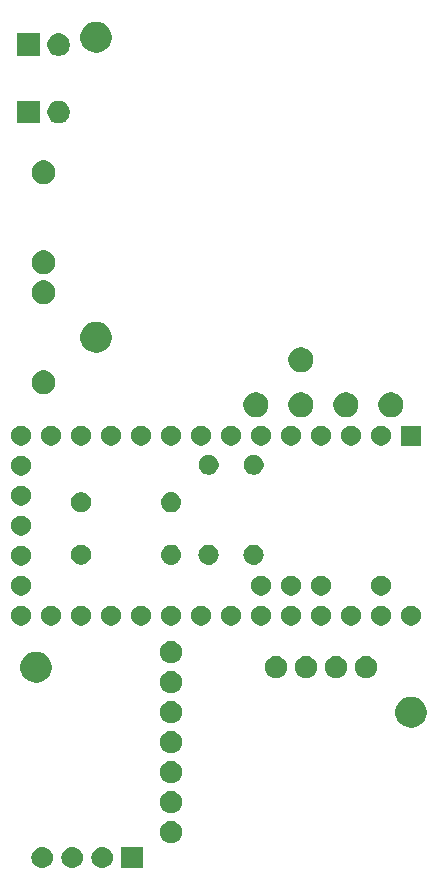
<source format=gbr>
G04 #@! TF.GenerationSoftware,KiCad,Pcbnew,(5.1.2)-2*
G04 #@! TF.CreationDate,2020-04-13T18:51:12-04:00*
G04 #@! TF.ProjectId,TeensyLC_DRV8871_MPRLS_Qwiic_v01,5465656e-7379-44c4-935f-445256383837,rev?*
G04 #@! TF.SameCoordinates,Original*
G04 #@! TF.FileFunction,Soldermask,Bot*
G04 #@! TF.FilePolarity,Negative*
%FSLAX46Y46*%
G04 Gerber Fmt 4.6, Leading zero omitted, Abs format (unit mm)*
G04 Created by KiCad (PCBNEW (5.1.2)-2) date 2020-04-13 18:51:12*
%MOMM*%
%LPD*%
G04 APERTURE LIST*
%ADD10C,0.100000*%
G04 APERTURE END LIST*
D10*
G36*
X28560442Y-68565518D02*
G01*
X28626627Y-68572037D01*
X28796466Y-68623557D01*
X28952991Y-68707222D01*
X28988729Y-68736552D01*
X29090186Y-68819814D01*
X29173448Y-68921271D01*
X29202778Y-68957009D01*
X29286443Y-69113534D01*
X29337963Y-69283373D01*
X29355359Y-69460000D01*
X29337963Y-69636627D01*
X29286443Y-69806466D01*
X29202778Y-69962991D01*
X29173448Y-69998729D01*
X29090186Y-70100186D01*
X28988729Y-70183448D01*
X28952991Y-70212778D01*
X28796466Y-70296443D01*
X28626627Y-70347963D01*
X28560443Y-70354481D01*
X28494260Y-70361000D01*
X28405740Y-70361000D01*
X28339557Y-70354481D01*
X28273373Y-70347963D01*
X28103534Y-70296443D01*
X27947009Y-70212778D01*
X27911271Y-70183448D01*
X27809814Y-70100186D01*
X27726552Y-69998729D01*
X27697222Y-69962991D01*
X27613557Y-69806466D01*
X27562037Y-69636627D01*
X27544641Y-69460000D01*
X27562037Y-69283373D01*
X27613557Y-69113534D01*
X27697222Y-68957009D01*
X27726552Y-68921271D01*
X27809814Y-68819814D01*
X27911271Y-68736552D01*
X27947009Y-68707222D01*
X28103534Y-68623557D01*
X28273373Y-68572037D01*
X28339558Y-68565518D01*
X28405740Y-68559000D01*
X28494260Y-68559000D01*
X28560442Y-68565518D01*
X28560442Y-68565518D01*
G37*
G36*
X33640442Y-68565518D02*
G01*
X33706627Y-68572037D01*
X33876466Y-68623557D01*
X34032991Y-68707222D01*
X34068729Y-68736552D01*
X34170186Y-68819814D01*
X34253448Y-68921271D01*
X34282778Y-68957009D01*
X34366443Y-69113534D01*
X34417963Y-69283373D01*
X34435359Y-69460000D01*
X34417963Y-69636627D01*
X34366443Y-69806466D01*
X34282778Y-69962991D01*
X34253448Y-69998729D01*
X34170186Y-70100186D01*
X34068729Y-70183448D01*
X34032991Y-70212778D01*
X33876466Y-70296443D01*
X33706627Y-70347963D01*
X33640443Y-70354481D01*
X33574260Y-70361000D01*
X33485740Y-70361000D01*
X33419557Y-70354481D01*
X33353373Y-70347963D01*
X33183534Y-70296443D01*
X33027009Y-70212778D01*
X32991271Y-70183448D01*
X32889814Y-70100186D01*
X32806552Y-69998729D01*
X32777222Y-69962991D01*
X32693557Y-69806466D01*
X32642037Y-69636627D01*
X32624641Y-69460000D01*
X32642037Y-69283373D01*
X32693557Y-69113534D01*
X32777222Y-68957009D01*
X32806552Y-68921271D01*
X32889814Y-68819814D01*
X32991271Y-68736552D01*
X33027009Y-68707222D01*
X33183534Y-68623557D01*
X33353373Y-68572037D01*
X33419558Y-68565518D01*
X33485740Y-68559000D01*
X33574260Y-68559000D01*
X33640442Y-68565518D01*
X33640442Y-68565518D01*
G37*
G36*
X31100442Y-68565518D02*
G01*
X31166627Y-68572037D01*
X31336466Y-68623557D01*
X31492991Y-68707222D01*
X31528729Y-68736552D01*
X31630186Y-68819814D01*
X31713448Y-68921271D01*
X31742778Y-68957009D01*
X31826443Y-69113534D01*
X31877963Y-69283373D01*
X31895359Y-69460000D01*
X31877963Y-69636627D01*
X31826443Y-69806466D01*
X31742778Y-69962991D01*
X31713448Y-69998729D01*
X31630186Y-70100186D01*
X31528729Y-70183448D01*
X31492991Y-70212778D01*
X31336466Y-70296443D01*
X31166627Y-70347963D01*
X31100443Y-70354481D01*
X31034260Y-70361000D01*
X30945740Y-70361000D01*
X30879557Y-70354481D01*
X30813373Y-70347963D01*
X30643534Y-70296443D01*
X30487009Y-70212778D01*
X30451271Y-70183448D01*
X30349814Y-70100186D01*
X30266552Y-69998729D01*
X30237222Y-69962991D01*
X30153557Y-69806466D01*
X30102037Y-69636627D01*
X30084641Y-69460000D01*
X30102037Y-69283373D01*
X30153557Y-69113534D01*
X30237222Y-68957009D01*
X30266552Y-68921271D01*
X30349814Y-68819814D01*
X30451271Y-68736552D01*
X30487009Y-68707222D01*
X30643534Y-68623557D01*
X30813373Y-68572037D01*
X30879558Y-68565518D01*
X30945740Y-68559000D01*
X31034260Y-68559000D01*
X31100442Y-68565518D01*
X31100442Y-68565518D01*
G37*
G36*
X36971000Y-70361000D02*
G01*
X35169000Y-70361000D01*
X35169000Y-68559000D01*
X36971000Y-68559000D01*
X36971000Y-70361000D01*
X36971000Y-70361000D01*
G37*
G36*
X39644187Y-66406123D02*
G01*
X39815255Y-66476982D01*
X39815257Y-66476983D01*
X39892758Y-66528768D01*
X39969214Y-66579854D01*
X40100146Y-66710786D01*
X40203018Y-66864745D01*
X40273877Y-67035813D01*
X40310000Y-67217417D01*
X40310000Y-67402583D01*
X40273877Y-67584187D01*
X40203018Y-67755255D01*
X40203017Y-67755257D01*
X40100145Y-67909215D01*
X39969215Y-68040145D01*
X39815257Y-68143017D01*
X39815256Y-68143018D01*
X39815255Y-68143018D01*
X39644187Y-68213877D01*
X39462583Y-68250000D01*
X39277417Y-68250000D01*
X39095813Y-68213877D01*
X38924745Y-68143018D01*
X38924744Y-68143018D01*
X38924743Y-68143017D01*
X38770785Y-68040145D01*
X38639855Y-67909215D01*
X38536983Y-67755257D01*
X38536982Y-67755255D01*
X38466123Y-67584187D01*
X38430000Y-67402583D01*
X38430000Y-67217417D01*
X38466123Y-67035813D01*
X38536982Y-66864745D01*
X38639854Y-66710786D01*
X38770786Y-66579854D01*
X38847242Y-66528768D01*
X38924743Y-66476983D01*
X38924745Y-66476982D01*
X39095813Y-66406123D01*
X39277417Y-66370000D01*
X39462583Y-66370000D01*
X39644187Y-66406123D01*
X39644187Y-66406123D01*
G37*
G36*
X39644187Y-63866123D02*
G01*
X39815255Y-63936982D01*
X39815257Y-63936983D01*
X39892758Y-63988768D01*
X39969214Y-64039854D01*
X40100146Y-64170786D01*
X40203018Y-64324745D01*
X40273877Y-64495813D01*
X40310000Y-64677417D01*
X40310000Y-64862583D01*
X40273877Y-65044187D01*
X40203018Y-65215255D01*
X40203017Y-65215257D01*
X40100145Y-65369215D01*
X39969215Y-65500145D01*
X39815257Y-65603017D01*
X39815256Y-65603018D01*
X39815255Y-65603018D01*
X39644187Y-65673877D01*
X39462583Y-65710000D01*
X39277417Y-65710000D01*
X39095813Y-65673877D01*
X38924745Y-65603018D01*
X38924744Y-65603018D01*
X38924743Y-65603017D01*
X38770785Y-65500145D01*
X38639855Y-65369215D01*
X38536983Y-65215257D01*
X38536982Y-65215255D01*
X38466123Y-65044187D01*
X38430000Y-64862583D01*
X38430000Y-64677417D01*
X38466123Y-64495813D01*
X38536982Y-64324745D01*
X38639854Y-64170786D01*
X38770786Y-64039854D01*
X38847242Y-63988768D01*
X38924743Y-63936983D01*
X38924745Y-63936982D01*
X39095813Y-63866123D01*
X39277417Y-63830000D01*
X39462583Y-63830000D01*
X39644187Y-63866123D01*
X39644187Y-63866123D01*
G37*
G36*
X39644187Y-61326123D02*
G01*
X39815255Y-61396982D01*
X39815257Y-61396983D01*
X39892758Y-61448768D01*
X39969214Y-61499854D01*
X40100146Y-61630786D01*
X40203018Y-61784745D01*
X40273877Y-61955813D01*
X40310000Y-62137417D01*
X40310000Y-62322583D01*
X40273877Y-62504187D01*
X40203018Y-62675255D01*
X40203017Y-62675257D01*
X40100145Y-62829215D01*
X39969215Y-62960145D01*
X39815257Y-63063017D01*
X39815256Y-63063018D01*
X39815255Y-63063018D01*
X39644187Y-63133877D01*
X39462583Y-63170000D01*
X39277417Y-63170000D01*
X39095813Y-63133877D01*
X38924745Y-63063018D01*
X38924744Y-63063018D01*
X38924743Y-63063017D01*
X38770785Y-62960145D01*
X38639855Y-62829215D01*
X38536983Y-62675257D01*
X38536982Y-62675255D01*
X38466123Y-62504187D01*
X38430000Y-62322583D01*
X38430000Y-62137417D01*
X38466123Y-61955813D01*
X38536982Y-61784745D01*
X38639854Y-61630786D01*
X38770786Y-61499854D01*
X38847242Y-61448768D01*
X38924743Y-61396983D01*
X38924745Y-61396982D01*
X39095813Y-61326123D01*
X39277417Y-61290000D01*
X39462583Y-61290000D01*
X39644187Y-61326123D01*
X39644187Y-61326123D01*
G37*
G36*
X39644187Y-58786123D02*
G01*
X39815255Y-58856982D01*
X39815257Y-58856983D01*
X39892758Y-58908768D01*
X39969214Y-58959854D01*
X40100146Y-59090786D01*
X40203018Y-59244745D01*
X40273877Y-59415813D01*
X40310000Y-59597417D01*
X40310000Y-59782583D01*
X40273877Y-59964187D01*
X40203018Y-60135255D01*
X40203017Y-60135257D01*
X40100145Y-60289215D01*
X39969215Y-60420145D01*
X39815257Y-60523017D01*
X39815256Y-60523018D01*
X39815255Y-60523018D01*
X39644187Y-60593877D01*
X39462583Y-60630000D01*
X39277417Y-60630000D01*
X39095813Y-60593877D01*
X38924745Y-60523018D01*
X38924744Y-60523018D01*
X38924743Y-60523017D01*
X38770785Y-60420145D01*
X38639855Y-60289215D01*
X38536983Y-60135257D01*
X38536982Y-60135255D01*
X38466123Y-59964187D01*
X38430000Y-59782583D01*
X38430000Y-59597417D01*
X38466123Y-59415813D01*
X38536982Y-59244745D01*
X38639854Y-59090786D01*
X38770786Y-58959854D01*
X38847242Y-58908768D01*
X38924743Y-58856983D01*
X38924745Y-58856982D01*
X39095813Y-58786123D01*
X39277417Y-58750000D01*
X39462583Y-58750000D01*
X39644187Y-58786123D01*
X39644187Y-58786123D01*
G37*
G36*
X59947714Y-55854382D02*
G01*
X60075322Y-55879765D01*
X60216148Y-55938097D01*
X60315727Y-55979344D01*
X60315728Y-55979345D01*
X60532089Y-56123912D01*
X60716088Y-56307911D01*
X60790886Y-56419855D01*
X60860656Y-56524273D01*
X60871638Y-56550786D01*
X60960235Y-56764678D01*
X61011000Y-57019893D01*
X61011000Y-57280107D01*
X60960235Y-57535322D01*
X60901903Y-57676148D01*
X60860656Y-57775727D01*
X60860655Y-57775728D01*
X60716088Y-57992089D01*
X60532089Y-58176088D01*
X60387521Y-58272685D01*
X60315727Y-58320656D01*
X60216148Y-58361903D01*
X60075322Y-58420235D01*
X59947714Y-58445618D01*
X59820109Y-58471000D01*
X59559891Y-58471000D01*
X59432286Y-58445618D01*
X59304678Y-58420235D01*
X59163852Y-58361903D01*
X59064273Y-58320656D01*
X58992479Y-58272685D01*
X58847911Y-58176088D01*
X58663912Y-57992089D01*
X58519345Y-57775728D01*
X58519344Y-57775727D01*
X58478097Y-57676148D01*
X58419765Y-57535322D01*
X58369000Y-57280107D01*
X58369000Y-57019893D01*
X58419765Y-56764678D01*
X58508362Y-56550786D01*
X58519344Y-56524273D01*
X58589114Y-56419855D01*
X58663912Y-56307911D01*
X58847911Y-56123912D01*
X59064272Y-55979345D01*
X59064273Y-55979344D01*
X59163852Y-55938097D01*
X59304678Y-55879765D01*
X59432286Y-55854382D01*
X59559891Y-55829000D01*
X59820109Y-55829000D01*
X59947714Y-55854382D01*
X59947714Y-55854382D01*
G37*
G36*
X39644187Y-56246123D02*
G01*
X39793358Y-56307912D01*
X39815257Y-56316983D01*
X39892758Y-56368768D01*
X39969214Y-56419854D01*
X40100146Y-56550786D01*
X40203018Y-56704745D01*
X40273877Y-56875813D01*
X40310000Y-57057417D01*
X40310000Y-57242583D01*
X40273877Y-57424187D01*
X40227844Y-57535320D01*
X40203017Y-57595257D01*
X40100145Y-57749215D01*
X39969215Y-57880145D01*
X39815257Y-57983017D01*
X39815256Y-57983018D01*
X39815255Y-57983018D01*
X39644187Y-58053877D01*
X39462583Y-58090000D01*
X39277417Y-58090000D01*
X39095813Y-58053877D01*
X38924745Y-57983018D01*
X38924744Y-57983018D01*
X38924743Y-57983017D01*
X38770785Y-57880145D01*
X38639855Y-57749215D01*
X38536983Y-57595257D01*
X38512156Y-57535320D01*
X38466123Y-57424187D01*
X38430000Y-57242583D01*
X38430000Y-57057417D01*
X38466123Y-56875813D01*
X38536982Y-56704745D01*
X38639854Y-56550786D01*
X38770786Y-56419854D01*
X38847242Y-56368768D01*
X38924743Y-56316983D01*
X38946642Y-56307912D01*
X39095813Y-56246123D01*
X39277417Y-56210000D01*
X39462583Y-56210000D01*
X39644187Y-56246123D01*
X39644187Y-56246123D01*
G37*
G36*
X39644187Y-53706123D02*
G01*
X39815255Y-53776982D01*
X39815257Y-53776983D01*
X39892758Y-53828768D01*
X39969214Y-53879854D01*
X40100146Y-54010786D01*
X40203018Y-54164745D01*
X40273877Y-54335813D01*
X40310000Y-54517417D01*
X40310000Y-54702583D01*
X40273877Y-54884187D01*
X40203018Y-55055255D01*
X40203017Y-55055257D01*
X40100145Y-55209215D01*
X39969215Y-55340145D01*
X39815257Y-55443017D01*
X39815256Y-55443018D01*
X39815255Y-55443018D01*
X39644187Y-55513877D01*
X39462583Y-55550000D01*
X39277417Y-55550000D01*
X39095813Y-55513877D01*
X38924745Y-55443018D01*
X38924744Y-55443018D01*
X38924743Y-55443017D01*
X38770785Y-55340145D01*
X38639855Y-55209215D01*
X38536983Y-55055257D01*
X38536982Y-55055255D01*
X38466123Y-54884187D01*
X38430000Y-54702583D01*
X38430000Y-54517417D01*
X38466123Y-54335813D01*
X38536982Y-54164745D01*
X38639854Y-54010786D01*
X38770786Y-53879854D01*
X38847242Y-53828768D01*
X38924743Y-53776983D01*
X38924745Y-53776982D01*
X39095813Y-53706123D01*
X39277417Y-53670000D01*
X39462583Y-53670000D01*
X39644187Y-53706123D01*
X39644187Y-53706123D01*
G37*
G36*
X28197715Y-52044383D02*
G01*
X28325322Y-52069765D01*
X28466148Y-52128097D01*
X28565727Y-52169344D01*
X28565728Y-52169345D01*
X28782089Y-52313912D01*
X28966088Y-52497911D01*
X29040886Y-52609855D01*
X29110656Y-52714273D01*
X29121638Y-52740786D01*
X29210235Y-52954678D01*
X29261000Y-53209893D01*
X29261000Y-53470107D01*
X29210235Y-53725322D01*
X29151903Y-53866148D01*
X29110656Y-53965727D01*
X29110655Y-53965728D01*
X28966088Y-54182089D01*
X28782089Y-54366088D01*
X28637521Y-54462685D01*
X28565727Y-54510656D01*
X28466148Y-54551903D01*
X28325322Y-54610235D01*
X28197715Y-54635617D01*
X28070109Y-54661000D01*
X27809891Y-54661000D01*
X27682285Y-54635617D01*
X27554678Y-54610235D01*
X27413852Y-54551903D01*
X27314273Y-54510656D01*
X27242479Y-54462685D01*
X27097911Y-54366088D01*
X26913912Y-54182089D01*
X26769345Y-53965728D01*
X26769344Y-53965727D01*
X26728097Y-53866148D01*
X26669765Y-53725322D01*
X26619000Y-53470107D01*
X26619000Y-53209893D01*
X26669765Y-52954678D01*
X26758362Y-52740786D01*
X26769344Y-52714273D01*
X26839114Y-52609855D01*
X26913912Y-52497911D01*
X27097911Y-52313912D01*
X27314272Y-52169345D01*
X27314273Y-52169344D01*
X27413852Y-52128097D01*
X27554678Y-52069765D01*
X27682285Y-52044383D01*
X27809891Y-52019000D01*
X28070109Y-52019000D01*
X28197715Y-52044383D01*
X28197715Y-52044383D01*
G37*
G36*
X53614187Y-52436123D02*
G01*
X53763358Y-52497912D01*
X53785257Y-52506983D01*
X53862758Y-52558768D01*
X53939214Y-52609854D01*
X54070146Y-52740786D01*
X54173018Y-52894745D01*
X54243877Y-53065813D01*
X54280000Y-53247417D01*
X54280000Y-53432583D01*
X54243877Y-53614187D01*
X54205795Y-53706124D01*
X54173017Y-53785257D01*
X54070145Y-53939215D01*
X53939215Y-54070145D01*
X53785257Y-54173017D01*
X53785256Y-54173018D01*
X53785255Y-54173018D01*
X53614187Y-54243877D01*
X53432583Y-54280000D01*
X53247417Y-54280000D01*
X53065813Y-54243877D01*
X52894745Y-54173018D01*
X52894744Y-54173018D01*
X52894743Y-54173017D01*
X52740785Y-54070145D01*
X52609855Y-53939215D01*
X52506983Y-53785257D01*
X52474205Y-53706124D01*
X52436123Y-53614187D01*
X52400000Y-53432583D01*
X52400000Y-53247417D01*
X52436123Y-53065813D01*
X52506982Y-52894745D01*
X52609854Y-52740786D01*
X52740786Y-52609854D01*
X52817242Y-52558768D01*
X52894743Y-52506983D01*
X52916642Y-52497912D01*
X53065813Y-52436123D01*
X53247417Y-52400000D01*
X53432583Y-52400000D01*
X53614187Y-52436123D01*
X53614187Y-52436123D01*
G37*
G36*
X48534187Y-52436123D02*
G01*
X48683358Y-52497912D01*
X48705257Y-52506983D01*
X48782758Y-52558768D01*
X48859214Y-52609854D01*
X48990146Y-52740786D01*
X49093018Y-52894745D01*
X49163877Y-53065813D01*
X49200000Y-53247417D01*
X49200000Y-53432583D01*
X49163877Y-53614187D01*
X49125795Y-53706124D01*
X49093017Y-53785257D01*
X48990145Y-53939215D01*
X48859215Y-54070145D01*
X48705257Y-54173017D01*
X48705256Y-54173018D01*
X48705255Y-54173018D01*
X48534187Y-54243877D01*
X48352583Y-54280000D01*
X48167417Y-54280000D01*
X47985813Y-54243877D01*
X47814745Y-54173018D01*
X47814744Y-54173018D01*
X47814743Y-54173017D01*
X47660785Y-54070145D01*
X47529855Y-53939215D01*
X47426983Y-53785257D01*
X47394205Y-53706124D01*
X47356123Y-53614187D01*
X47320000Y-53432583D01*
X47320000Y-53247417D01*
X47356123Y-53065813D01*
X47426982Y-52894745D01*
X47529854Y-52740786D01*
X47660786Y-52609854D01*
X47737242Y-52558768D01*
X47814743Y-52506983D01*
X47836642Y-52497912D01*
X47985813Y-52436123D01*
X48167417Y-52400000D01*
X48352583Y-52400000D01*
X48534187Y-52436123D01*
X48534187Y-52436123D01*
G37*
G36*
X51074187Y-52436123D02*
G01*
X51223358Y-52497912D01*
X51245257Y-52506983D01*
X51322758Y-52558768D01*
X51399214Y-52609854D01*
X51530146Y-52740786D01*
X51633018Y-52894745D01*
X51703877Y-53065813D01*
X51740000Y-53247417D01*
X51740000Y-53432583D01*
X51703877Y-53614187D01*
X51665795Y-53706124D01*
X51633017Y-53785257D01*
X51530145Y-53939215D01*
X51399215Y-54070145D01*
X51245257Y-54173017D01*
X51245256Y-54173018D01*
X51245255Y-54173018D01*
X51074187Y-54243877D01*
X50892583Y-54280000D01*
X50707417Y-54280000D01*
X50525813Y-54243877D01*
X50354745Y-54173018D01*
X50354744Y-54173018D01*
X50354743Y-54173017D01*
X50200785Y-54070145D01*
X50069855Y-53939215D01*
X49966983Y-53785257D01*
X49934205Y-53706124D01*
X49896123Y-53614187D01*
X49860000Y-53432583D01*
X49860000Y-53247417D01*
X49896123Y-53065813D01*
X49966982Y-52894745D01*
X50069854Y-52740786D01*
X50200786Y-52609854D01*
X50277242Y-52558768D01*
X50354743Y-52506983D01*
X50376642Y-52497912D01*
X50525813Y-52436123D01*
X50707417Y-52400000D01*
X50892583Y-52400000D01*
X51074187Y-52436123D01*
X51074187Y-52436123D01*
G37*
G36*
X56154187Y-52436123D02*
G01*
X56303358Y-52497912D01*
X56325257Y-52506983D01*
X56402758Y-52558768D01*
X56479214Y-52609854D01*
X56610146Y-52740786D01*
X56713018Y-52894745D01*
X56783877Y-53065813D01*
X56820000Y-53247417D01*
X56820000Y-53432583D01*
X56783877Y-53614187D01*
X56745795Y-53706124D01*
X56713017Y-53785257D01*
X56610145Y-53939215D01*
X56479215Y-54070145D01*
X56325257Y-54173017D01*
X56325256Y-54173018D01*
X56325255Y-54173018D01*
X56154187Y-54243877D01*
X55972583Y-54280000D01*
X55787417Y-54280000D01*
X55605813Y-54243877D01*
X55434745Y-54173018D01*
X55434744Y-54173018D01*
X55434743Y-54173017D01*
X55280785Y-54070145D01*
X55149855Y-53939215D01*
X55046983Y-53785257D01*
X55014205Y-53706124D01*
X54976123Y-53614187D01*
X54940000Y-53432583D01*
X54940000Y-53247417D01*
X54976123Y-53065813D01*
X55046982Y-52894745D01*
X55149854Y-52740786D01*
X55280786Y-52609854D01*
X55357242Y-52558768D01*
X55434743Y-52506983D01*
X55456642Y-52497912D01*
X55605813Y-52436123D01*
X55787417Y-52400000D01*
X55972583Y-52400000D01*
X56154187Y-52436123D01*
X56154187Y-52436123D01*
G37*
G36*
X39644187Y-51166123D02*
G01*
X39815255Y-51236982D01*
X39815257Y-51236983D01*
X39892758Y-51288768D01*
X39969214Y-51339854D01*
X40100146Y-51470786D01*
X40203018Y-51624745D01*
X40273877Y-51795813D01*
X40310000Y-51977417D01*
X40310000Y-52162583D01*
X40273877Y-52344187D01*
X40235795Y-52436124D01*
X40203017Y-52515257D01*
X40100145Y-52669215D01*
X39969215Y-52800145D01*
X39815257Y-52903017D01*
X39815256Y-52903018D01*
X39815255Y-52903018D01*
X39644187Y-52973877D01*
X39462583Y-53010000D01*
X39277417Y-53010000D01*
X39095813Y-52973877D01*
X38924745Y-52903018D01*
X38924744Y-52903018D01*
X38924743Y-52903017D01*
X38770785Y-52800145D01*
X38639855Y-52669215D01*
X38536983Y-52515257D01*
X38504205Y-52436124D01*
X38466123Y-52344187D01*
X38430000Y-52162583D01*
X38430000Y-51977417D01*
X38466123Y-51795813D01*
X38536982Y-51624745D01*
X38639854Y-51470786D01*
X38770786Y-51339854D01*
X38847242Y-51288768D01*
X38924743Y-51236983D01*
X38924745Y-51236982D01*
X39095813Y-51166123D01*
X39277417Y-51130000D01*
X39462583Y-51130000D01*
X39644187Y-51166123D01*
X39644187Y-51166123D01*
G37*
G36*
X37078228Y-48151704D02*
G01*
X37233100Y-48215854D01*
X37372481Y-48308986D01*
X37491015Y-48427520D01*
X37584147Y-48566901D01*
X37648297Y-48721773D01*
X37681000Y-48886185D01*
X37681000Y-49053817D01*
X37648297Y-49218229D01*
X37584147Y-49373101D01*
X37491015Y-49512482D01*
X37372481Y-49631016D01*
X37233100Y-49724148D01*
X37078228Y-49788298D01*
X36913816Y-49821001D01*
X36746184Y-49821001D01*
X36581772Y-49788298D01*
X36426900Y-49724148D01*
X36287519Y-49631016D01*
X36168985Y-49512482D01*
X36075853Y-49373101D01*
X36011703Y-49218229D01*
X35979000Y-49053817D01*
X35979000Y-48886185D01*
X36011703Y-48721773D01*
X36075853Y-48566901D01*
X36168985Y-48427520D01*
X36287519Y-48308986D01*
X36426900Y-48215854D01*
X36581772Y-48151704D01*
X36746184Y-48119001D01*
X36913816Y-48119001D01*
X37078228Y-48151704D01*
X37078228Y-48151704D01*
G37*
G36*
X57398228Y-48151704D02*
G01*
X57553100Y-48215854D01*
X57692481Y-48308986D01*
X57811015Y-48427520D01*
X57904147Y-48566901D01*
X57968297Y-48721773D01*
X58001000Y-48886185D01*
X58001000Y-49053817D01*
X57968297Y-49218229D01*
X57904147Y-49373101D01*
X57811015Y-49512482D01*
X57692481Y-49631016D01*
X57553100Y-49724148D01*
X57398228Y-49788298D01*
X57233816Y-49821001D01*
X57066184Y-49821001D01*
X56901772Y-49788298D01*
X56746900Y-49724148D01*
X56607519Y-49631016D01*
X56488985Y-49512482D01*
X56395853Y-49373101D01*
X56331703Y-49218229D01*
X56299000Y-49053817D01*
X56299000Y-48886185D01*
X56331703Y-48721773D01*
X56395853Y-48566901D01*
X56488985Y-48427520D01*
X56607519Y-48308986D01*
X56746900Y-48215854D01*
X56901772Y-48151704D01*
X57066184Y-48119001D01*
X57233816Y-48119001D01*
X57398228Y-48151704D01*
X57398228Y-48151704D01*
G37*
G36*
X47238228Y-48151704D02*
G01*
X47393100Y-48215854D01*
X47532481Y-48308986D01*
X47651015Y-48427520D01*
X47744147Y-48566901D01*
X47808297Y-48721773D01*
X47841000Y-48886185D01*
X47841000Y-49053817D01*
X47808297Y-49218229D01*
X47744147Y-49373101D01*
X47651015Y-49512482D01*
X47532481Y-49631016D01*
X47393100Y-49724148D01*
X47238228Y-49788298D01*
X47073816Y-49821001D01*
X46906184Y-49821001D01*
X46741772Y-49788298D01*
X46586900Y-49724148D01*
X46447519Y-49631016D01*
X46328985Y-49512482D01*
X46235853Y-49373101D01*
X46171703Y-49218229D01*
X46139000Y-49053817D01*
X46139000Y-48886185D01*
X46171703Y-48721773D01*
X46235853Y-48566901D01*
X46328985Y-48427520D01*
X46447519Y-48308986D01*
X46586900Y-48215854D01*
X46741772Y-48151704D01*
X46906184Y-48119001D01*
X47073816Y-48119001D01*
X47238228Y-48151704D01*
X47238228Y-48151704D01*
G37*
G36*
X39618228Y-48151704D02*
G01*
X39773100Y-48215854D01*
X39912481Y-48308986D01*
X40031015Y-48427520D01*
X40124147Y-48566901D01*
X40188297Y-48721773D01*
X40221000Y-48886185D01*
X40221000Y-49053817D01*
X40188297Y-49218229D01*
X40124147Y-49373101D01*
X40031015Y-49512482D01*
X39912481Y-49631016D01*
X39773100Y-49724148D01*
X39618228Y-49788298D01*
X39453816Y-49821001D01*
X39286184Y-49821001D01*
X39121772Y-49788298D01*
X38966900Y-49724148D01*
X38827519Y-49631016D01*
X38708985Y-49512482D01*
X38615853Y-49373101D01*
X38551703Y-49218229D01*
X38519000Y-49053817D01*
X38519000Y-48886185D01*
X38551703Y-48721773D01*
X38615853Y-48566901D01*
X38708985Y-48427520D01*
X38827519Y-48308986D01*
X38966900Y-48215854D01*
X39121772Y-48151704D01*
X39286184Y-48119001D01*
X39453816Y-48119001D01*
X39618228Y-48151704D01*
X39618228Y-48151704D01*
G37*
G36*
X29458228Y-48151704D02*
G01*
X29613100Y-48215854D01*
X29752481Y-48308986D01*
X29871015Y-48427520D01*
X29964147Y-48566901D01*
X30028297Y-48721773D01*
X30061000Y-48886185D01*
X30061000Y-49053817D01*
X30028297Y-49218229D01*
X29964147Y-49373101D01*
X29871015Y-49512482D01*
X29752481Y-49631016D01*
X29613100Y-49724148D01*
X29458228Y-49788298D01*
X29293816Y-49821001D01*
X29126184Y-49821001D01*
X28961772Y-49788298D01*
X28806900Y-49724148D01*
X28667519Y-49631016D01*
X28548985Y-49512482D01*
X28455853Y-49373101D01*
X28391703Y-49218229D01*
X28359000Y-49053817D01*
X28359000Y-48886185D01*
X28391703Y-48721773D01*
X28455853Y-48566901D01*
X28548985Y-48427520D01*
X28667519Y-48308986D01*
X28806900Y-48215854D01*
X28961772Y-48151704D01*
X29126184Y-48119001D01*
X29293816Y-48119001D01*
X29458228Y-48151704D01*
X29458228Y-48151704D01*
G37*
G36*
X31998228Y-48151704D02*
G01*
X32153100Y-48215854D01*
X32292481Y-48308986D01*
X32411015Y-48427520D01*
X32504147Y-48566901D01*
X32568297Y-48721773D01*
X32601000Y-48886185D01*
X32601000Y-49053817D01*
X32568297Y-49218229D01*
X32504147Y-49373101D01*
X32411015Y-49512482D01*
X32292481Y-49631016D01*
X32153100Y-49724148D01*
X31998228Y-49788298D01*
X31833816Y-49821001D01*
X31666184Y-49821001D01*
X31501772Y-49788298D01*
X31346900Y-49724148D01*
X31207519Y-49631016D01*
X31088985Y-49512482D01*
X30995853Y-49373101D01*
X30931703Y-49218229D01*
X30899000Y-49053817D01*
X30899000Y-48886185D01*
X30931703Y-48721773D01*
X30995853Y-48566901D01*
X31088985Y-48427520D01*
X31207519Y-48308986D01*
X31346900Y-48215854D01*
X31501772Y-48151704D01*
X31666184Y-48119001D01*
X31833816Y-48119001D01*
X31998228Y-48151704D01*
X31998228Y-48151704D01*
G37*
G36*
X49778228Y-48151704D02*
G01*
X49933100Y-48215854D01*
X50072481Y-48308986D01*
X50191015Y-48427520D01*
X50284147Y-48566901D01*
X50348297Y-48721773D01*
X50381000Y-48886185D01*
X50381000Y-49053817D01*
X50348297Y-49218229D01*
X50284147Y-49373101D01*
X50191015Y-49512482D01*
X50072481Y-49631016D01*
X49933100Y-49724148D01*
X49778228Y-49788298D01*
X49613816Y-49821001D01*
X49446184Y-49821001D01*
X49281772Y-49788298D01*
X49126900Y-49724148D01*
X48987519Y-49631016D01*
X48868985Y-49512482D01*
X48775853Y-49373101D01*
X48711703Y-49218229D01*
X48679000Y-49053817D01*
X48679000Y-48886185D01*
X48711703Y-48721773D01*
X48775853Y-48566901D01*
X48868985Y-48427520D01*
X48987519Y-48308986D01*
X49126900Y-48215854D01*
X49281772Y-48151704D01*
X49446184Y-48119001D01*
X49613816Y-48119001D01*
X49778228Y-48151704D01*
X49778228Y-48151704D01*
G37*
G36*
X52318228Y-48151704D02*
G01*
X52473100Y-48215854D01*
X52612481Y-48308986D01*
X52731015Y-48427520D01*
X52824147Y-48566901D01*
X52888297Y-48721773D01*
X52921000Y-48886185D01*
X52921000Y-49053817D01*
X52888297Y-49218229D01*
X52824147Y-49373101D01*
X52731015Y-49512482D01*
X52612481Y-49631016D01*
X52473100Y-49724148D01*
X52318228Y-49788298D01*
X52153816Y-49821001D01*
X51986184Y-49821001D01*
X51821772Y-49788298D01*
X51666900Y-49724148D01*
X51527519Y-49631016D01*
X51408985Y-49512482D01*
X51315853Y-49373101D01*
X51251703Y-49218229D01*
X51219000Y-49053817D01*
X51219000Y-48886185D01*
X51251703Y-48721773D01*
X51315853Y-48566901D01*
X51408985Y-48427520D01*
X51527519Y-48308986D01*
X51666900Y-48215854D01*
X51821772Y-48151704D01*
X51986184Y-48119001D01*
X52153816Y-48119001D01*
X52318228Y-48151704D01*
X52318228Y-48151704D01*
G37*
G36*
X59938228Y-48151704D02*
G01*
X60093100Y-48215854D01*
X60232481Y-48308986D01*
X60351015Y-48427520D01*
X60444147Y-48566901D01*
X60508297Y-48721773D01*
X60541000Y-48886185D01*
X60541000Y-49053817D01*
X60508297Y-49218229D01*
X60444147Y-49373101D01*
X60351015Y-49512482D01*
X60232481Y-49631016D01*
X60093100Y-49724148D01*
X59938228Y-49788298D01*
X59773816Y-49821001D01*
X59606184Y-49821001D01*
X59441772Y-49788298D01*
X59286900Y-49724148D01*
X59147519Y-49631016D01*
X59028985Y-49512482D01*
X58935853Y-49373101D01*
X58871703Y-49218229D01*
X58839000Y-49053817D01*
X58839000Y-48886185D01*
X58871703Y-48721773D01*
X58935853Y-48566901D01*
X59028985Y-48427520D01*
X59147519Y-48308986D01*
X59286900Y-48215854D01*
X59441772Y-48151704D01*
X59606184Y-48119001D01*
X59773816Y-48119001D01*
X59938228Y-48151704D01*
X59938228Y-48151704D01*
G37*
G36*
X26918228Y-48151704D02*
G01*
X27073100Y-48215854D01*
X27212481Y-48308986D01*
X27331015Y-48427520D01*
X27424147Y-48566901D01*
X27488297Y-48721773D01*
X27521000Y-48886185D01*
X27521000Y-49053817D01*
X27488297Y-49218229D01*
X27424147Y-49373101D01*
X27331015Y-49512482D01*
X27212481Y-49631016D01*
X27073100Y-49724148D01*
X26918228Y-49788298D01*
X26753816Y-49821001D01*
X26586184Y-49821001D01*
X26421772Y-49788298D01*
X26266900Y-49724148D01*
X26127519Y-49631016D01*
X26008985Y-49512482D01*
X25915853Y-49373101D01*
X25851703Y-49218229D01*
X25819000Y-49053817D01*
X25819000Y-48886185D01*
X25851703Y-48721773D01*
X25915853Y-48566901D01*
X26008985Y-48427520D01*
X26127519Y-48308986D01*
X26266900Y-48215854D01*
X26421772Y-48151704D01*
X26586184Y-48119001D01*
X26753816Y-48119001D01*
X26918228Y-48151704D01*
X26918228Y-48151704D01*
G37*
G36*
X34538228Y-48151704D02*
G01*
X34693100Y-48215854D01*
X34832481Y-48308986D01*
X34951015Y-48427520D01*
X35044147Y-48566901D01*
X35108297Y-48721773D01*
X35141000Y-48886185D01*
X35141000Y-49053817D01*
X35108297Y-49218229D01*
X35044147Y-49373101D01*
X34951015Y-49512482D01*
X34832481Y-49631016D01*
X34693100Y-49724148D01*
X34538228Y-49788298D01*
X34373816Y-49821001D01*
X34206184Y-49821001D01*
X34041772Y-49788298D01*
X33886900Y-49724148D01*
X33747519Y-49631016D01*
X33628985Y-49512482D01*
X33535853Y-49373101D01*
X33471703Y-49218229D01*
X33439000Y-49053817D01*
X33439000Y-48886185D01*
X33471703Y-48721773D01*
X33535853Y-48566901D01*
X33628985Y-48427520D01*
X33747519Y-48308986D01*
X33886900Y-48215854D01*
X34041772Y-48151704D01*
X34206184Y-48119001D01*
X34373816Y-48119001D01*
X34538228Y-48151704D01*
X34538228Y-48151704D01*
G37*
G36*
X42158228Y-48151704D02*
G01*
X42313100Y-48215854D01*
X42452481Y-48308986D01*
X42571015Y-48427520D01*
X42664147Y-48566901D01*
X42728297Y-48721773D01*
X42761000Y-48886185D01*
X42761000Y-49053817D01*
X42728297Y-49218229D01*
X42664147Y-49373101D01*
X42571015Y-49512482D01*
X42452481Y-49631016D01*
X42313100Y-49724148D01*
X42158228Y-49788298D01*
X41993816Y-49821001D01*
X41826184Y-49821001D01*
X41661772Y-49788298D01*
X41506900Y-49724148D01*
X41367519Y-49631016D01*
X41248985Y-49512482D01*
X41155853Y-49373101D01*
X41091703Y-49218229D01*
X41059000Y-49053817D01*
X41059000Y-48886185D01*
X41091703Y-48721773D01*
X41155853Y-48566901D01*
X41248985Y-48427520D01*
X41367519Y-48308986D01*
X41506900Y-48215854D01*
X41661772Y-48151704D01*
X41826184Y-48119001D01*
X41993816Y-48119001D01*
X42158228Y-48151704D01*
X42158228Y-48151704D01*
G37*
G36*
X54858228Y-48151704D02*
G01*
X55013100Y-48215854D01*
X55152481Y-48308986D01*
X55271015Y-48427520D01*
X55364147Y-48566901D01*
X55428297Y-48721773D01*
X55461000Y-48886185D01*
X55461000Y-49053817D01*
X55428297Y-49218229D01*
X55364147Y-49373101D01*
X55271015Y-49512482D01*
X55152481Y-49631016D01*
X55013100Y-49724148D01*
X54858228Y-49788298D01*
X54693816Y-49821001D01*
X54526184Y-49821001D01*
X54361772Y-49788298D01*
X54206900Y-49724148D01*
X54067519Y-49631016D01*
X53948985Y-49512482D01*
X53855853Y-49373101D01*
X53791703Y-49218229D01*
X53759000Y-49053817D01*
X53759000Y-48886185D01*
X53791703Y-48721773D01*
X53855853Y-48566901D01*
X53948985Y-48427520D01*
X54067519Y-48308986D01*
X54206900Y-48215854D01*
X54361772Y-48151704D01*
X54526184Y-48119001D01*
X54693816Y-48119001D01*
X54858228Y-48151704D01*
X54858228Y-48151704D01*
G37*
G36*
X44698228Y-48151704D02*
G01*
X44853100Y-48215854D01*
X44992481Y-48308986D01*
X45111015Y-48427520D01*
X45204147Y-48566901D01*
X45268297Y-48721773D01*
X45301000Y-48886185D01*
X45301000Y-49053817D01*
X45268297Y-49218229D01*
X45204147Y-49373101D01*
X45111015Y-49512482D01*
X44992481Y-49631016D01*
X44853100Y-49724148D01*
X44698228Y-49788298D01*
X44533816Y-49821001D01*
X44366184Y-49821001D01*
X44201772Y-49788298D01*
X44046900Y-49724148D01*
X43907519Y-49631016D01*
X43788985Y-49512482D01*
X43695853Y-49373101D01*
X43631703Y-49218229D01*
X43599000Y-49053817D01*
X43599000Y-48886185D01*
X43631703Y-48721773D01*
X43695853Y-48566901D01*
X43788985Y-48427520D01*
X43907519Y-48308986D01*
X44046900Y-48215854D01*
X44201772Y-48151704D01*
X44366184Y-48119001D01*
X44533816Y-48119001D01*
X44698228Y-48151704D01*
X44698228Y-48151704D01*
G37*
G36*
X52318228Y-45611704D02*
G01*
X52473100Y-45675854D01*
X52612481Y-45768986D01*
X52731015Y-45887520D01*
X52824147Y-46026901D01*
X52888297Y-46181773D01*
X52921000Y-46346185D01*
X52921000Y-46513817D01*
X52888297Y-46678229D01*
X52824147Y-46833101D01*
X52731015Y-46972482D01*
X52612481Y-47091016D01*
X52473100Y-47184148D01*
X52318228Y-47248298D01*
X52153816Y-47281001D01*
X51986184Y-47281001D01*
X51821772Y-47248298D01*
X51666900Y-47184148D01*
X51527519Y-47091016D01*
X51408985Y-46972482D01*
X51315853Y-46833101D01*
X51251703Y-46678229D01*
X51219000Y-46513817D01*
X51219000Y-46346185D01*
X51251703Y-46181773D01*
X51315853Y-46026901D01*
X51408985Y-45887520D01*
X51527519Y-45768986D01*
X51666900Y-45675854D01*
X51821772Y-45611704D01*
X51986184Y-45579001D01*
X52153816Y-45579001D01*
X52318228Y-45611704D01*
X52318228Y-45611704D01*
G37*
G36*
X26918228Y-45611704D02*
G01*
X27073100Y-45675854D01*
X27212481Y-45768986D01*
X27331015Y-45887520D01*
X27424147Y-46026901D01*
X27488297Y-46181773D01*
X27521000Y-46346185D01*
X27521000Y-46513817D01*
X27488297Y-46678229D01*
X27424147Y-46833101D01*
X27331015Y-46972482D01*
X27212481Y-47091016D01*
X27073100Y-47184148D01*
X26918228Y-47248298D01*
X26753816Y-47281001D01*
X26586184Y-47281001D01*
X26421772Y-47248298D01*
X26266900Y-47184148D01*
X26127519Y-47091016D01*
X26008985Y-46972482D01*
X25915853Y-46833101D01*
X25851703Y-46678229D01*
X25819000Y-46513817D01*
X25819000Y-46346185D01*
X25851703Y-46181773D01*
X25915853Y-46026901D01*
X26008985Y-45887520D01*
X26127519Y-45768986D01*
X26266900Y-45675854D01*
X26421772Y-45611704D01*
X26586184Y-45579001D01*
X26753816Y-45579001D01*
X26918228Y-45611704D01*
X26918228Y-45611704D01*
G37*
G36*
X57398228Y-45611704D02*
G01*
X57553100Y-45675854D01*
X57692481Y-45768986D01*
X57811015Y-45887520D01*
X57904147Y-46026901D01*
X57968297Y-46181773D01*
X58001000Y-46346185D01*
X58001000Y-46513817D01*
X57968297Y-46678229D01*
X57904147Y-46833101D01*
X57811015Y-46972482D01*
X57692481Y-47091016D01*
X57553100Y-47184148D01*
X57398228Y-47248298D01*
X57233816Y-47281001D01*
X57066184Y-47281001D01*
X56901772Y-47248298D01*
X56746900Y-47184148D01*
X56607519Y-47091016D01*
X56488985Y-46972482D01*
X56395853Y-46833101D01*
X56331703Y-46678229D01*
X56299000Y-46513817D01*
X56299000Y-46346185D01*
X56331703Y-46181773D01*
X56395853Y-46026901D01*
X56488985Y-45887520D01*
X56607519Y-45768986D01*
X56746900Y-45675854D01*
X56901772Y-45611704D01*
X57066184Y-45579001D01*
X57233816Y-45579001D01*
X57398228Y-45611704D01*
X57398228Y-45611704D01*
G37*
G36*
X49778228Y-45611704D02*
G01*
X49933100Y-45675854D01*
X50072481Y-45768986D01*
X50191015Y-45887520D01*
X50284147Y-46026901D01*
X50348297Y-46181773D01*
X50381000Y-46346185D01*
X50381000Y-46513817D01*
X50348297Y-46678229D01*
X50284147Y-46833101D01*
X50191015Y-46972482D01*
X50072481Y-47091016D01*
X49933100Y-47184148D01*
X49778228Y-47248298D01*
X49613816Y-47281001D01*
X49446184Y-47281001D01*
X49281772Y-47248298D01*
X49126900Y-47184148D01*
X48987519Y-47091016D01*
X48868985Y-46972482D01*
X48775853Y-46833101D01*
X48711703Y-46678229D01*
X48679000Y-46513817D01*
X48679000Y-46346185D01*
X48711703Y-46181773D01*
X48775853Y-46026901D01*
X48868985Y-45887520D01*
X48987519Y-45768986D01*
X49126900Y-45675854D01*
X49281772Y-45611704D01*
X49446184Y-45579001D01*
X49613816Y-45579001D01*
X49778228Y-45611704D01*
X49778228Y-45611704D01*
G37*
G36*
X47238228Y-45611704D02*
G01*
X47393100Y-45675854D01*
X47532481Y-45768986D01*
X47651015Y-45887520D01*
X47744147Y-46026901D01*
X47808297Y-46181773D01*
X47841000Y-46346185D01*
X47841000Y-46513817D01*
X47808297Y-46678229D01*
X47744147Y-46833101D01*
X47651015Y-46972482D01*
X47532481Y-47091016D01*
X47393100Y-47184148D01*
X47238228Y-47248298D01*
X47073816Y-47281001D01*
X46906184Y-47281001D01*
X46741772Y-47248298D01*
X46586900Y-47184148D01*
X46447519Y-47091016D01*
X46328985Y-46972482D01*
X46235853Y-46833101D01*
X46171703Y-46678229D01*
X46139000Y-46513817D01*
X46139000Y-46346185D01*
X46171703Y-46181773D01*
X46235853Y-46026901D01*
X46328985Y-45887520D01*
X46447519Y-45768986D01*
X46586900Y-45675854D01*
X46741772Y-45611704D01*
X46906184Y-45579001D01*
X47073816Y-45579001D01*
X47238228Y-45611704D01*
X47238228Y-45611704D01*
G37*
G36*
X26918228Y-43071704D02*
G01*
X27073100Y-43135854D01*
X27212481Y-43228986D01*
X27331015Y-43347520D01*
X27424147Y-43486901D01*
X27488297Y-43641773D01*
X27521000Y-43806185D01*
X27521000Y-43973817D01*
X27488297Y-44138229D01*
X27424147Y-44293101D01*
X27331015Y-44432482D01*
X27212481Y-44551016D01*
X27073100Y-44644148D01*
X26918228Y-44708298D01*
X26753816Y-44741001D01*
X26586184Y-44741001D01*
X26421772Y-44708298D01*
X26266900Y-44644148D01*
X26127519Y-44551016D01*
X26008985Y-44432482D01*
X25915853Y-44293101D01*
X25851703Y-44138229D01*
X25819000Y-43973817D01*
X25819000Y-43806185D01*
X25851703Y-43641773D01*
X25915853Y-43486901D01*
X26008985Y-43347520D01*
X26127519Y-43228986D01*
X26266900Y-43135854D01*
X26421772Y-43071704D01*
X26586184Y-43039001D01*
X26753816Y-43039001D01*
X26918228Y-43071704D01*
X26918228Y-43071704D01*
G37*
G36*
X42711823Y-42976313D02*
G01*
X42872242Y-43024976D01*
X43004906Y-43095886D01*
X43020078Y-43103996D01*
X43149659Y-43210341D01*
X43256004Y-43339922D01*
X43256005Y-43339924D01*
X43335024Y-43487758D01*
X43383687Y-43648177D01*
X43400117Y-43815000D01*
X43383687Y-43981823D01*
X43335024Y-44142242D01*
X43294477Y-44218100D01*
X43256004Y-44290078D01*
X43149659Y-44419659D01*
X43020078Y-44526004D01*
X43020076Y-44526005D01*
X42872242Y-44605024D01*
X42711823Y-44653687D01*
X42586804Y-44666000D01*
X42503196Y-44666000D01*
X42378177Y-44653687D01*
X42217758Y-44605024D01*
X42069924Y-44526005D01*
X42069922Y-44526004D01*
X41940341Y-44419659D01*
X41833996Y-44290078D01*
X41795523Y-44218100D01*
X41754976Y-44142242D01*
X41706313Y-43981823D01*
X41689883Y-43815000D01*
X41706313Y-43648177D01*
X41754976Y-43487758D01*
X41833995Y-43339924D01*
X41833996Y-43339922D01*
X41940341Y-43210341D01*
X42069922Y-43103996D01*
X42085094Y-43095886D01*
X42217758Y-43024976D01*
X42378177Y-42976313D01*
X42503196Y-42964000D01*
X42586804Y-42964000D01*
X42711823Y-42976313D01*
X42711823Y-42976313D01*
G37*
G36*
X31998228Y-42996703D02*
G01*
X32153100Y-43060853D01*
X32292481Y-43153985D01*
X32411015Y-43272519D01*
X32504147Y-43411900D01*
X32568297Y-43566772D01*
X32601000Y-43731184D01*
X32601000Y-43898816D01*
X32568297Y-44063228D01*
X32504147Y-44218100D01*
X32411015Y-44357481D01*
X32292481Y-44476015D01*
X32153100Y-44569147D01*
X31998228Y-44633297D01*
X31833816Y-44666000D01*
X31666184Y-44666000D01*
X31501772Y-44633297D01*
X31346900Y-44569147D01*
X31207519Y-44476015D01*
X31088985Y-44357481D01*
X30995853Y-44218100D01*
X30931703Y-44063228D01*
X30899000Y-43898816D01*
X30899000Y-43731184D01*
X30931703Y-43566772D01*
X30995853Y-43411900D01*
X31088985Y-43272519D01*
X31207519Y-43153985D01*
X31346900Y-43060853D01*
X31501772Y-42996703D01*
X31666184Y-42964000D01*
X31833816Y-42964000D01*
X31998228Y-42996703D01*
X31998228Y-42996703D01*
G37*
G36*
X39536823Y-42976313D02*
G01*
X39697242Y-43024976D01*
X39829906Y-43095886D01*
X39845078Y-43103996D01*
X39974659Y-43210341D01*
X40081004Y-43339922D01*
X40081005Y-43339924D01*
X40160024Y-43487758D01*
X40208687Y-43648177D01*
X40225117Y-43815000D01*
X40208687Y-43981823D01*
X40160024Y-44142242D01*
X40119477Y-44218100D01*
X40081004Y-44290078D01*
X39974659Y-44419659D01*
X39845078Y-44526004D01*
X39845076Y-44526005D01*
X39697242Y-44605024D01*
X39536823Y-44653687D01*
X39411804Y-44666000D01*
X39328196Y-44666000D01*
X39203177Y-44653687D01*
X39042758Y-44605024D01*
X38894924Y-44526005D01*
X38894922Y-44526004D01*
X38765341Y-44419659D01*
X38658996Y-44290078D01*
X38620523Y-44218100D01*
X38579976Y-44142242D01*
X38531313Y-43981823D01*
X38514883Y-43815000D01*
X38531313Y-43648177D01*
X38579976Y-43487758D01*
X38658995Y-43339924D01*
X38658996Y-43339922D01*
X38765341Y-43210341D01*
X38894922Y-43103996D01*
X38910094Y-43095886D01*
X39042758Y-43024976D01*
X39203177Y-42976313D01*
X39328196Y-42964000D01*
X39411804Y-42964000D01*
X39536823Y-42976313D01*
X39536823Y-42976313D01*
G37*
G36*
X46521823Y-42976313D02*
G01*
X46682242Y-43024976D01*
X46814906Y-43095886D01*
X46830078Y-43103996D01*
X46959659Y-43210341D01*
X47066004Y-43339922D01*
X47066005Y-43339924D01*
X47145024Y-43487758D01*
X47193687Y-43648177D01*
X47210117Y-43815000D01*
X47193687Y-43981823D01*
X47145024Y-44142242D01*
X47104477Y-44218100D01*
X47066004Y-44290078D01*
X46959659Y-44419659D01*
X46830078Y-44526004D01*
X46830076Y-44526005D01*
X46682242Y-44605024D01*
X46521823Y-44653687D01*
X46396804Y-44666000D01*
X46313196Y-44666000D01*
X46188177Y-44653687D01*
X46027758Y-44605024D01*
X45879924Y-44526005D01*
X45879922Y-44526004D01*
X45750341Y-44419659D01*
X45643996Y-44290078D01*
X45605523Y-44218100D01*
X45564976Y-44142242D01*
X45516313Y-43981823D01*
X45499883Y-43815000D01*
X45516313Y-43648177D01*
X45564976Y-43487758D01*
X45643995Y-43339924D01*
X45643996Y-43339922D01*
X45750341Y-43210341D01*
X45879922Y-43103996D01*
X45895094Y-43095886D01*
X46027758Y-43024976D01*
X46188177Y-42976313D01*
X46313196Y-42964000D01*
X46396804Y-42964000D01*
X46521823Y-42976313D01*
X46521823Y-42976313D01*
G37*
G36*
X26918228Y-40531704D02*
G01*
X27073100Y-40595854D01*
X27212481Y-40688986D01*
X27331015Y-40807520D01*
X27424147Y-40946901D01*
X27488297Y-41101773D01*
X27521000Y-41266185D01*
X27521000Y-41433817D01*
X27488297Y-41598229D01*
X27424147Y-41753101D01*
X27331015Y-41892482D01*
X27212481Y-42011016D01*
X27073100Y-42104148D01*
X26918228Y-42168298D01*
X26753816Y-42201001D01*
X26586184Y-42201001D01*
X26421772Y-42168298D01*
X26266900Y-42104148D01*
X26127519Y-42011016D01*
X26008985Y-41892482D01*
X25915853Y-41753101D01*
X25851703Y-41598229D01*
X25819000Y-41433817D01*
X25819000Y-41266185D01*
X25851703Y-41101773D01*
X25915853Y-40946901D01*
X26008985Y-40807520D01*
X26127519Y-40688986D01*
X26266900Y-40595854D01*
X26421772Y-40531704D01*
X26586184Y-40499001D01*
X26753816Y-40499001D01*
X26918228Y-40531704D01*
X26918228Y-40531704D01*
G37*
G36*
X39536823Y-38531313D02*
G01*
X39697242Y-38579976D01*
X39764361Y-38615852D01*
X39845078Y-38658996D01*
X39974659Y-38765341D01*
X40081004Y-38894922D01*
X40081005Y-38894924D01*
X40160024Y-39042758D01*
X40208687Y-39203177D01*
X40225117Y-39370000D01*
X40208687Y-39536823D01*
X40160024Y-39697242D01*
X40119477Y-39773100D01*
X40081004Y-39845078D01*
X39974659Y-39974659D01*
X39845078Y-40081004D01*
X39845076Y-40081005D01*
X39697242Y-40160024D01*
X39536823Y-40208687D01*
X39411804Y-40221000D01*
X39328196Y-40221000D01*
X39203177Y-40208687D01*
X39042758Y-40160024D01*
X38894924Y-40081005D01*
X38894922Y-40081004D01*
X38765341Y-39974659D01*
X38658996Y-39845078D01*
X38620523Y-39773100D01*
X38579976Y-39697242D01*
X38531313Y-39536823D01*
X38514883Y-39370000D01*
X38531313Y-39203177D01*
X38579976Y-39042758D01*
X38658995Y-38894924D01*
X38658996Y-38894922D01*
X38765341Y-38765341D01*
X38894922Y-38658996D01*
X38975639Y-38615852D01*
X39042758Y-38579976D01*
X39203177Y-38531313D01*
X39328196Y-38519000D01*
X39411804Y-38519000D01*
X39536823Y-38531313D01*
X39536823Y-38531313D01*
G37*
G36*
X31998228Y-38551703D02*
G01*
X32153100Y-38615853D01*
X32292481Y-38708985D01*
X32411015Y-38827519D01*
X32504147Y-38966900D01*
X32568297Y-39121772D01*
X32601000Y-39286184D01*
X32601000Y-39453816D01*
X32568297Y-39618228D01*
X32504147Y-39773100D01*
X32411015Y-39912481D01*
X32292481Y-40031015D01*
X32153100Y-40124147D01*
X31998228Y-40188297D01*
X31833816Y-40221000D01*
X31666184Y-40221000D01*
X31501772Y-40188297D01*
X31346900Y-40124147D01*
X31207519Y-40031015D01*
X31088985Y-39912481D01*
X30995853Y-39773100D01*
X30931703Y-39618228D01*
X30899000Y-39453816D01*
X30899000Y-39286184D01*
X30931703Y-39121772D01*
X30995853Y-38966900D01*
X31088985Y-38827519D01*
X31207519Y-38708985D01*
X31346900Y-38615853D01*
X31501772Y-38551703D01*
X31666184Y-38519000D01*
X31833816Y-38519000D01*
X31998228Y-38551703D01*
X31998228Y-38551703D01*
G37*
G36*
X26918228Y-37991704D02*
G01*
X27073100Y-38055854D01*
X27212481Y-38148986D01*
X27331015Y-38267520D01*
X27424147Y-38406901D01*
X27488297Y-38561773D01*
X27521000Y-38726185D01*
X27521000Y-38893817D01*
X27488297Y-39058229D01*
X27424147Y-39213101D01*
X27331015Y-39352482D01*
X27212481Y-39471016D01*
X27073100Y-39564148D01*
X26918228Y-39628298D01*
X26753816Y-39661001D01*
X26586184Y-39661001D01*
X26421772Y-39628298D01*
X26266900Y-39564148D01*
X26127519Y-39471016D01*
X26008985Y-39352482D01*
X25915853Y-39213101D01*
X25851703Y-39058229D01*
X25819000Y-38893817D01*
X25819000Y-38726185D01*
X25851703Y-38561773D01*
X25915853Y-38406901D01*
X26008985Y-38267520D01*
X26127519Y-38148986D01*
X26266900Y-38055854D01*
X26421772Y-37991704D01*
X26586184Y-37959001D01*
X26753816Y-37959001D01*
X26918228Y-37991704D01*
X26918228Y-37991704D01*
G37*
G36*
X26918228Y-35451704D02*
G01*
X27073100Y-35515854D01*
X27212481Y-35608986D01*
X27331015Y-35727520D01*
X27424147Y-35866901D01*
X27488297Y-36021773D01*
X27521000Y-36186185D01*
X27521000Y-36353817D01*
X27488297Y-36518229D01*
X27424147Y-36673101D01*
X27331015Y-36812482D01*
X27212481Y-36931016D01*
X27073100Y-37024148D01*
X26918228Y-37088298D01*
X26753816Y-37121001D01*
X26586184Y-37121001D01*
X26421772Y-37088298D01*
X26266900Y-37024148D01*
X26127519Y-36931016D01*
X26008985Y-36812482D01*
X25915853Y-36673101D01*
X25851703Y-36518229D01*
X25819000Y-36353817D01*
X25819000Y-36186185D01*
X25851703Y-36021773D01*
X25915853Y-35866901D01*
X26008985Y-35727520D01*
X26127519Y-35608986D01*
X26266900Y-35515854D01*
X26421772Y-35451704D01*
X26586184Y-35419001D01*
X26753816Y-35419001D01*
X26918228Y-35451704D01*
X26918228Y-35451704D01*
G37*
G36*
X46603228Y-35376703D02*
G01*
X46758100Y-35440853D01*
X46897481Y-35533985D01*
X47016015Y-35652519D01*
X47109147Y-35791900D01*
X47173297Y-35946772D01*
X47206000Y-36111184D01*
X47206000Y-36278816D01*
X47173297Y-36443228D01*
X47109147Y-36598100D01*
X47016015Y-36737481D01*
X46897481Y-36856015D01*
X46758100Y-36949147D01*
X46603228Y-37013297D01*
X46438816Y-37046000D01*
X46271184Y-37046000D01*
X46106772Y-37013297D01*
X45951900Y-36949147D01*
X45812519Y-36856015D01*
X45693985Y-36737481D01*
X45600853Y-36598100D01*
X45536703Y-36443228D01*
X45504000Y-36278816D01*
X45504000Y-36111184D01*
X45536703Y-35946772D01*
X45600853Y-35791900D01*
X45693985Y-35652519D01*
X45812519Y-35533985D01*
X45951900Y-35440853D01*
X46106772Y-35376703D01*
X46271184Y-35344000D01*
X46438816Y-35344000D01*
X46603228Y-35376703D01*
X46603228Y-35376703D01*
G37*
G36*
X42793228Y-35376703D02*
G01*
X42948100Y-35440853D01*
X43087481Y-35533985D01*
X43206015Y-35652519D01*
X43299147Y-35791900D01*
X43363297Y-35946772D01*
X43396000Y-36111184D01*
X43396000Y-36278816D01*
X43363297Y-36443228D01*
X43299147Y-36598100D01*
X43206015Y-36737481D01*
X43087481Y-36856015D01*
X42948100Y-36949147D01*
X42793228Y-37013297D01*
X42628816Y-37046000D01*
X42461184Y-37046000D01*
X42296772Y-37013297D01*
X42141900Y-36949147D01*
X42002519Y-36856015D01*
X41883985Y-36737481D01*
X41790853Y-36598100D01*
X41726703Y-36443228D01*
X41694000Y-36278816D01*
X41694000Y-36111184D01*
X41726703Y-35946772D01*
X41790853Y-35791900D01*
X41883985Y-35652519D01*
X42002519Y-35533985D01*
X42141900Y-35440853D01*
X42296772Y-35376703D01*
X42461184Y-35344000D01*
X42628816Y-35344000D01*
X42793228Y-35376703D01*
X42793228Y-35376703D01*
G37*
G36*
X29458228Y-32911704D02*
G01*
X29613100Y-32975854D01*
X29752481Y-33068986D01*
X29871015Y-33187520D01*
X29964147Y-33326901D01*
X30028297Y-33481773D01*
X30061000Y-33646185D01*
X30061000Y-33813817D01*
X30028297Y-33978229D01*
X29964147Y-34133101D01*
X29871015Y-34272482D01*
X29752481Y-34391016D01*
X29613100Y-34484148D01*
X29458228Y-34548298D01*
X29293816Y-34581001D01*
X29126184Y-34581001D01*
X28961772Y-34548298D01*
X28806900Y-34484148D01*
X28667519Y-34391016D01*
X28548985Y-34272482D01*
X28455853Y-34133101D01*
X28391703Y-33978229D01*
X28359000Y-33813817D01*
X28359000Y-33646185D01*
X28391703Y-33481773D01*
X28455853Y-33326901D01*
X28548985Y-33187520D01*
X28667519Y-33068986D01*
X28806900Y-32975854D01*
X28961772Y-32911704D01*
X29126184Y-32879001D01*
X29293816Y-32879001D01*
X29458228Y-32911704D01*
X29458228Y-32911704D01*
G37*
G36*
X49778228Y-32911704D02*
G01*
X49933100Y-32975854D01*
X50072481Y-33068986D01*
X50191015Y-33187520D01*
X50284147Y-33326901D01*
X50348297Y-33481773D01*
X50381000Y-33646185D01*
X50381000Y-33813817D01*
X50348297Y-33978229D01*
X50284147Y-34133101D01*
X50191015Y-34272482D01*
X50072481Y-34391016D01*
X49933100Y-34484148D01*
X49778228Y-34548298D01*
X49613816Y-34581001D01*
X49446184Y-34581001D01*
X49281772Y-34548298D01*
X49126900Y-34484148D01*
X48987519Y-34391016D01*
X48868985Y-34272482D01*
X48775853Y-34133101D01*
X48711703Y-33978229D01*
X48679000Y-33813817D01*
X48679000Y-33646185D01*
X48711703Y-33481773D01*
X48775853Y-33326901D01*
X48868985Y-33187520D01*
X48987519Y-33068986D01*
X49126900Y-32975854D01*
X49281772Y-32911704D01*
X49446184Y-32879001D01*
X49613816Y-32879001D01*
X49778228Y-32911704D01*
X49778228Y-32911704D01*
G37*
G36*
X37078228Y-32911704D02*
G01*
X37233100Y-32975854D01*
X37372481Y-33068986D01*
X37491015Y-33187520D01*
X37584147Y-33326901D01*
X37648297Y-33481773D01*
X37681000Y-33646185D01*
X37681000Y-33813817D01*
X37648297Y-33978229D01*
X37584147Y-34133101D01*
X37491015Y-34272482D01*
X37372481Y-34391016D01*
X37233100Y-34484148D01*
X37078228Y-34548298D01*
X36913816Y-34581001D01*
X36746184Y-34581001D01*
X36581772Y-34548298D01*
X36426900Y-34484148D01*
X36287519Y-34391016D01*
X36168985Y-34272482D01*
X36075853Y-34133101D01*
X36011703Y-33978229D01*
X35979000Y-33813817D01*
X35979000Y-33646185D01*
X36011703Y-33481773D01*
X36075853Y-33326901D01*
X36168985Y-33187520D01*
X36287519Y-33068986D01*
X36426900Y-32975854D01*
X36581772Y-32911704D01*
X36746184Y-32879001D01*
X36913816Y-32879001D01*
X37078228Y-32911704D01*
X37078228Y-32911704D01*
G37*
G36*
X26918228Y-32911704D02*
G01*
X27073100Y-32975854D01*
X27212481Y-33068986D01*
X27331015Y-33187520D01*
X27424147Y-33326901D01*
X27488297Y-33481773D01*
X27521000Y-33646185D01*
X27521000Y-33813817D01*
X27488297Y-33978229D01*
X27424147Y-34133101D01*
X27331015Y-34272482D01*
X27212481Y-34391016D01*
X27073100Y-34484148D01*
X26918228Y-34548298D01*
X26753816Y-34581001D01*
X26586184Y-34581001D01*
X26421772Y-34548298D01*
X26266900Y-34484148D01*
X26127519Y-34391016D01*
X26008985Y-34272482D01*
X25915853Y-34133101D01*
X25851703Y-33978229D01*
X25819000Y-33813817D01*
X25819000Y-33646185D01*
X25851703Y-33481773D01*
X25915853Y-33326901D01*
X26008985Y-33187520D01*
X26127519Y-33068986D01*
X26266900Y-32975854D01*
X26421772Y-32911704D01*
X26586184Y-32879001D01*
X26753816Y-32879001D01*
X26918228Y-32911704D01*
X26918228Y-32911704D01*
G37*
G36*
X31998228Y-32911704D02*
G01*
X32153100Y-32975854D01*
X32292481Y-33068986D01*
X32411015Y-33187520D01*
X32504147Y-33326901D01*
X32568297Y-33481773D01*
X32601000Y-33646185D01*
X32601000Y-33813817D01*
X32568297Y-33978229D01*
X32504147Y-34133101D01*
X32411015Y-34272482D01*
X32292481Y-34391016D01*
X32153100Y-34484148D01*
X31998228Y-34548298D01*
X31833816Y-34581001D01*
X31666184Y-34581001D01*
X31501772Y-34548298D01*
X31346900Y-34484148D01*
X31207519Y-34391016D01*
X31088985Y-34272482D01*
X30995853Y-34133101D01*
X30931703Y-33978229D01*
X30899000Y-33813817D01*
X30899000Y-33646185D01*
X30931703Y-33481773D01*
X30995853Y-33326901D01*
X31088985Y-33187520D01*
X31207519Y-33068986D01*
X31346900Y-32975854D01*
X31501772Y-32911704D01*
X31666184Y-32879001D01*
X31833816Y-32879001D01*
X31998228Y-32911704D01*
X31998228Y-32911704D01*
G37*
G36*
X34538228Y-32911704D02*
G01*
X34693100Y-32975854D01*
X34832481Y-33068986D01*
X34951015Y-33187520D01*
X35044147Y-33326901D01*
X35108297Y-33481773D01*
X35141000Y-33646185D01*
X35141000Y-33813817D01*
X35108297Y-33978229D01*
X35044147Y-34133101D01*
X34951015Y-34272482D01*
X34832481Y-34391016D01*
X34693100Y-34484148D01*
X34538228Y-34548298D01*
X34373816Y-34581001D01*
X34206184Y-34581001D01*
X34041772Y-34548298D01*
X33886900Y-34484148D01*
X33747519Y-34391016D01*
X33628985Y-34272482D01*
X33535853Y-34133101D01*
X33471703Y-33978229D01*
X33439000Y-33813817D01*
X33439000Y-33646185D01*
X33471703Y-33481773D01*
X33535853Y-33326901D01*
X33628985Y-33187520D01*
X33747519Y-33068986D01*
X33886900Y-32975854D01*
X34041772Y-32911704D01*
X34206184Y-32879001D01*
X34373816Y-32879001D01*
X34538228Y-32911704D01*
X34538228Y-32911704D01*
G37*
G36*
X57398228Y-32911704D02*
G01*
X57553100Y-32975854D01*
X57692481Y-33068986D01*
X57811015Y-33187520D01*
X57904147Y-33326901D01*
X57968297Y-33481773D01*
X58001000Y-33646185D01*
X58001000Y-33813817D01*
X57968297Y-33978229D01*
X57904147Y-34133101D01*
X57811015Y-34272482D01*
X57692481Y-34391016D01*
X57553100Y-34484148D01*
X57398228Y-34548298D01*
X57233816Y-34581001D01*
X57066184Y-34581001D01*
X56901772Y-34548298D01*
X56746900Y-34484148D01*
X56607519Y-34391016D01*
X56488985Y-34272482D01*
X56395853Y-34133101D01*
X56331703Y-33978229D01*
X56299000Y-33813817D01*
X56299000Y-33646185D01*
X56331703Y-33481773D01*
X56395853Y-33326901D01*
X56488985Y-33187520D01*
X56607519Y-33068986D01*
X56746900Y-32975854D01*
X56901772Y-32911704D01*
X57066184Y-32879001D01*
X57233816Y-32879001D01*
X57398228Y-32911704D01*
X57398228Y-32911704D01*
G37*
G36*
X47238228Y-32911704D02*
G01*
X47393100Y-32975854D01*
X47532481Y-33068986D01*
X47651015Y-33187520D01*
X47744147Y-33326901D01*
X47808297Y-33481773D01*
X47841000Y-33646185D01*
X47841000Y-33813817D01*
X47808297Y-33978229D01*
X47744147Y-34133101D01*
X47651015Y-34272482D01*
X47532481Y-34391016D01*
X47393100Y-34484148D01*
X47238228Y-34548298D01*
X47073816Y-34581001D01*
X46906184Y-34581001D01*
X46741772Y-34548298D01*
X46586900Y-34484148D01*
X46447519Y-34391016D01*
X46328985Y-34272482D01*
X46235853Y-34133101D01*
X46171703Y-33978229D01*
X46139000Y-33813817D01*
X46139000Y-33646185D01*
X46171703Y-33481773D01*
X46235853Y-33326901D01*
X46328985Y-33187520D01*
X46447519Y-33068986D01*
X46586900Y-32975854D01*
X46741772Y-32911704D01*
X46906184Y-32879001D01*
X47073816Y-32879001D01*
X47238228Y-32911704D01*
X47238228Y-32911704D01*
G37*
G36*
X54858228Y-32911704D02*
G01*
X55013100Y-32975854D01*
X55152481Y-33068986D01*
X55271015Y-33187520D01*
X55364147Y-33326901D01*
X55428297Y-33481773D01*
X55461000Y-33646185D01*
X55461000Y-33813817D01*
X55428297Y-33978229D01*
X55364147Y-34133101D01*
X55271015Y-34272482D01*
X55152481Y-34391016D01*
X55013100Y-34484148D01*
X54858228Y-34548298D01*
X54693816Y-34581001D01*
X54526184Y-34581001D01*
X54361772Y-34548298D01*
X54206900Y-34484148D01*
X54067519Y-34391016D01*
X53948985Y-34272482D01*
X53855853Y-34133101D01*
X53791703Y-33978229D01*
X53759000Y-33813817D01*
X53759000Y-33646185D01*
X53791703Y-33481773D01*
X53855853Y-33326901D01*
X53948985Y-33187520D01*
X54067519Y-33068986D01*
X54206900Y-32975854D01*
X54361772Y-32911704D01*
X54526184Y-32879001D01*
X54693816Y-32879001D01*
X54858228Y-32911704D01*
X54858228Y-32911704D01*
G37*
G36*
X42158228Y-32911704D02*
G01*
X42313100Y-32975854D01*
X42452481Y-33068986D01*
X42571015Y-33187520D01*
X42664147Y-33326901D01*
X42728297Y-33481773D01*
X42761000Y-33646185D01*
X42761000Y-33813817D01*
X42728297Y-33978229D01*
X42664147Y-34133101D01*
X42571015Y-34272482D01*
X42452481Y-34391016D01*
X42313100Y-34484148D01*
X42158228Y-34548298D01*
X41993816Y-34581001D01*
X41826184Y-34581001D01*
X41661772Y-34548298D01*
X41506900Y-34484148D01*
X41367519Y-34391016D01*
X41248985Y-34272482D01*
X41155853Y-34133101D01*
X41091703Y-33978229D01*
X41059000Y-33813817D01*
X41059000Y-33646185D01*
X41091703Y-33481773D01*
X41155853Y-33326901D01*
X41248985Y-33187520D01*
X41367519Y-33068986D01*
X41506900Y-32975854D01*
X41661772Y-32911704D01*
X41826184Y-32879001D01*
X41993816Y-32879001D01*
X42158228Y-32911704D01*
X42158228Y-32911704D01*
G37*
G36*
X39618228Y-32911704D02*
G01*
X39773100Y-32975854D01*
X39912481Y-33068986D01*
X40031015Y-33187520D01*
X40124147Y-33326901D01*
X40188297Y-33481773D01*
X40221000Y-33646185D01*
X40221000Y-33813817D01*
X40188297Y-33978229D01*
X40124147Y-34133101D01*
X40031015Y-34272482D01*
X39912481Y-34391016D01*
X39773100Y-34484148D01*
X39618228Y-34548298D01*
X39453816Y-34581001D01*
X39286184Y-34581001D01*
X39121772Y-34548298D01*
X38966900Y-34484148D01*
X38827519Y-34391016D01*
X38708985Y-34272482D01*
X38615853Y-34133101D01*
X38551703Y-33978229D01*
X38519000Y-33813817D01*
X38519000Y-33646185D01*
X38551703Y-33481773D01*
X38615853Y-33326901D01*
X38708985Y-33187520D01*
X38827519Y-33068986D01*
X38966900Y-32975854D01*
X39121772Y-32911704D01*
X39286184Y-32879001D01*
X39453816Y-32879001D01*
X39618228Y-32911704D01*
X39618228Y-32911704D01*
G37*
G36*
X44698228Y-32911704D02*
G01*
X44853100Y-32975854D01*
X44992481Y-33068986D01*
X45111015Y-33187520D01*
X45204147Y-33326901D01*
X45268297Y-33481773D01*
X45301000Y-33646185D01*
X45301000Y-33813817D01*
X45268297Y-33978229D01*
X45204147Y-34133101D01*
X45111015Y-34272482D01*
X44992481Y-34391016D01*
X44853100Y-34484148D01*
X44698228Y-34548298D01*
X44533816Y-34581001D01*
X44366184Y-34581001D01*
X44201772Y-34548298D01*
X44046900Y-34484148D01*
X43907519Y-34391016D01*
X43788985Y-34272482D01*
X43695853Y-34133101D01*
X43631703Y-33978229D01*
X43599000Y-33813817D01*
X43599000Y-33646185D01*
X43631703Y-33481773D01*
X43695853Y-33326901D01*
X43788985Y-33187520D01*
X43907519Y-33068986D01*
X44046900Y-32975854D01*
X44201772Y-32911704D01*
X44366184Y-32879001D01*
X44533816Y-32879001D01*
X44698228Y-32911704D01*
X44698228Y-32911704D01*
G37*
G36*
X60541000Y-34581001D02*
G01*
X58839000Y-34581001D01*
X58839000Y-32879001D01*
X60541000Y-32879001D01*
X60541000Y-34581001D01*
X60541000Y-34581001D01*
G37*
G36*
X52318228Y-32911704D02*
G01*
X52473100Y-32975854D01*
X52612481Y-33068986D01*
X52731015Y-33187520D01*
X52824147Y-33326901D01*
X52888297Y-33481773D01*
X52921000Y-33646185D01*
X52921000Y-33813817D01*
X52888297Y-33978229D01*
X52824147Y-34133101D01*
X52731015Y-34272482D01*
X52612481Y-34391016D01*
X52473100Y-34484148D01*
X52318228Y-34548298D01*
X52153816Y-34581001D01*
X51986184Y-34581001D01*
X51821772Y-34548298D01*
X51666900Y-34484148D01*
X51527519Y-34391016D01*
X51408985Y-34272482D01*
X51315853Y-34133101D01*
X51251703Y-33978229D01*
X51219000Y-33813817D01*
X51219000Y-33646185D01*
X51251703Y-33481773D01*
X51315853Y-33326901D01*
X51408985Y-33187520D01*
X51527519Y-33068986D01*
X51666900Y-32975854D01*
X51821772Y-32911704D01*
X51986184Y-32879001D01*
X52153816Y-32879001D01*
X52318228Y-32911704D01*
X52318228Y-32911704D01*
G37*
G36*
X50666731Y-30089003D02*
G01*
X50860912Y-30169436D01*
X50860914Y-30169437D01*
X51035673Y-30286207D01*
X51184293Y-30434827D01*
X51301063Y-30609586D01*
X51301064Y-30609588D01*
X51381497Y-30803769D01*
X51422500Y-31009908D01*
X51422500Y-31220092D01*
X51381497Y-31426231D01*
X51301064Y-31620412D01*
X51301063Y-31620414D01*
X51184293Y-31795173D01*
X51035673Y-31943793D01*
X50860914Y-32060563D01*
X50860913Y-32060564D01*
X50860912Y-32060564D01*
X50666731Y-32140997D01*
X50460592Y-32182000D01*
X50250408Y-32182000D01*
X50044269Y-32140997D01*
X49850088Y-32060564D01*
X49850087Y-32060564D01*
X49850086Y-32060563D01*
X49675327Y-31943793D01*
X49526707Y-31795173D01*
X49409937Y-31620414D01*
X49409936Y-31620412D01*
X49329503Y-31426231D01*
X49288500Y-31220092D01*
X49288500Y-31009908D01*
X49329503Y-30803769D01*
X49409936Y-30609588D01*
X49409937Y-30609586D01*
X49526707Y-30434827D01*
X49675327Y-30286207D01*
X49850086Y-30169437D01*
X49850088Y-30169436D01*
X50044269Y-30089003D01*
X50250408Y-30048000D01*
X50460592Y-30048000D01*
X50666731Y-30089003D01*
X50666731Y-30089003D01*
G37*
G36*
X46856731Y-30089003D02*
G01*
X47050912Y-30169436D01*
X47050914Y-30169437D01*
X47225673Y-30286207D01*
X47374293Y-30434827D01*
X47491063Y-30609586D01*
X47491064Y-30609588D01*
X47571497Y-30803769D01*
X47612500Y-31009908D01*
X47612500Y-31220092D01*
X47571497Y-31426231D01*
X47491064Y-31620412D01*
X47491063Y-31620414D01*
X47374293Y-31795173D01*
X47225673Y-31943793D01*
X47050914Y-32060563D01*
X47050913Y-32060564D01*
X47050912Y-32060564D01*
X46856731Y-32140997D01*
X46650592Y-32182000D01*
X46440408Y-32182000D01*
X46234269Y-32140997D01*
X46040088Y-32060564D01*
X46040087Y-32060564D01*
X46040086Y-32060563D01*
X45865327Y-31943793D01*
X45716707Y-31795173D01*
X45599937Y-31620414D01*
X45599936Y-31620412D01*
X45519503Y-31426231D01*
X45478500Y-31220092D01*
X45478500Y-31009908D01*
X45519503Y-30803769D01*
X45599936Y-30609588D01*
X45599937Y-30609586D01*
X45716707Y-30434827D01*
X45865327Y-30286207D01*
X46040086Y-30169437D01*
X46040088Y-30169436D01*
X46234269Y-30089003D01*
X46440408Y-30048000D01*
X46650592Y-30048000D01*
X46856731Y-30089003D01*
X46856731Y-30089003D01*
G37*
G36*
X54476731Y-30089003D02*
G01*
X54670912Y-30169436D01*
X54670914Y-30169437D01*
X54845673Y-30286207D01*
X54994293Y-30434827D01*
X55111063Y-30609586D01*
X55111064Y-30609588D01*
X55191497Y-30803769D01*
X55232500Y-31009908D01*
X55232500Y-31220092D01*
X55191497Y-31426231D01*
X55111064Y-31620412D01*
X55111063Y-31620414D01*
X54994293Y-31795173D01*
X54845673Y-31943793D01*
X54670914Y-32060563D01*
X54670913Y-32060564D01*
X54670912Y-32060564D01*
X54476731Y-32140997D01*
X54270592Y-32182000D01*
X54060408Y-32182000D01*
X53854269Y-32140997D01*
X53660088Y-32060564D01*
X53660087Y-32060564D01*
X53660086Y-32060563D01*
X53485327Y-31943793D01*
X53336707Y-31795173D01*
X53219937Y-31620414D01*
X53219936Y-31620412D01*
X53139503Y-31426231D01*
X53098500Y-31220092D01*
X53098500Y-31009908D01*
X53139503Y-30803769D01*
X53219936Y-30609588D01*
X53219937Y-30609586D01*
X53336707Y-30434827D01*
X53485327Y-30286207D01*
X53660086Y-30169437D01*
X53660088Y-30169436D01*
X53854269Y-30089003D01*
X54060408Y-30048000D01*
X54270592Y-30048000D01*
X54476731Y-30089003D01*
X54476731Y-30089003D01*
G37*
G36*
X58286731Y-30089003D02*
G01*
X58480912Y-30169436D01*
X58480914Y-30169437D01*
X58655673Y-30286207D01*
X58804293Y-30434827D01*
X58921063Y-30609586D01*
X58921064Y-30609588D01*
X59001497Y-30803769D01*
X59042500Y-31009908D01*
X59042500Y-31220092D01*
X59001497Y-31426231D01*
X58921064Y-31620412D01*
X58921063Y-31620414D01*
X58804293Y-31795173D01*
X58655673Y-31943793D01*
X58480914Y-32060563D01*
X58480913Y-32060564D01*
X58480912Y-32060564D01*
X58286731Y-32140997D01*
X58080592Y-32182000D01*
X57870408Y-32182000D01*
X57664269Y-32140997D01*
X57470088Y-32060564D01*
X57470087Y-32060564D01*
X57470086Y-32060563D01*
X57295327Y-31943793D01*
X57146707Y-31795173D01*
X57029937Y-31620414D01*
X57029936Y-31620412D01*
X56949503Y-31426231D01*
X56908500Y-31220092D01*
X56908500Y-31009908D01*
X56949503Y-30803769D01*
X57029936Y-30609588D01*
X57029937Y-30609586D01*
X57146707Y-30434827D01*
X57295327Y-30286207D01*
X57470086Y-30169437D01*
X57470088Y-30169436D01*
X57664269Y-30089003D01*
X57870408Y-30048000D01*
X58080592Y-30048000D01*
X58286731Y-30089003D01*
X58286731Y-30089003D01*
G37*
G36*
X28701425Y-28211988D02*
G01*
X28867710Y-28245063D01*
X29050336Y-28320709D01*
X29214694Y-28430530D01*
X29354470Y-28570306D01*
X29464291Y-28734664D01*
X29539937Y-28917290D01*
X29578500Y-29111164D01*
X29578500Y-29308836D01*
X29539937Y-29502710D01*
X29464291Y-29685336D01*
X29354470Y-29849694D01*
X29214694Y-29989470D01*
X29050336Y-30099291D01*
X28867710Y-30174937D01*
X28701425Y-30208012D01*
X28673837Y-30213500D01*
X28476163Y-30213500D01*
X28448575Y-30208012D01*
X28282290Y-30174937D01*
X28099664Y-30099291D01*
X27935306Y-29989470D01*
X27795530Y-29849694D01*
X27685709Y-29685336D01*
X27610063Y-29502710D01*
X27571500Y-29308836D01*
X27571500Y-29111164D01*
X27610063Y-28917290D01*
X27685709Y-28734664D01*
X27795530Y-28570306D01*
X27935306Y-28430530D01*
X28099664Y-28320709D01*
X28282290Y-28245063D01*
X28448575Y-28211988D01*
X28476163Y-28206500D01*
X28673837Y-28206500D01*
X28701425Y-28211988D01*
X28701425Y-28211988D01*
G37*
G36*
X50666731Y-26279003D02*
G01*
X50860912Y-26359436D01*
X50860914Y-26359437D01*
X51035673Y-26476207D01*
X51184293Y-26624827D01*
X51301063Y-26799586D01*
X51301064Y-26799588D01*
X51381497Y-26993769D01*
X51422500Y-27199908D01*
X51422500Y-27410092D01*
X51381497Y-27616231D01*
X51301064Y-27810412D01*
X51301063Y-27810414D01*
X51184293Y-27985173D01*
X51035673Y-28133793D01*
X50860914Y-28250563D01*
X50860913Y-28250564D01*
X50860912Y-28250564D01*
X50666731Y-28330997D01*
X50460592Y-28372000D01*
X50250408Y-28372000D01*
X50044269Y-28330997D01*
X49850088Y-28250564D01*
X49850087Y-28250564D01*
X49850086Y-28250563D01*
X49675327Y-28133793D01*
X49526707Y-27985173D01*
X49409937Y-27810414D01*
X49409936Y-27810412D01*
X49329503Y-27616231D01*
X49288500Y-27410092D01*
X49288500Y-27199908D01*
X49329503Y-26993769D01*
X49409936Y-26799588D01*
X49409937Y-26799586D01*
X49526707Y-26624827D01*
X49675327Y-26476207D01*
X49850086Y-26359437D01*
X49850088Y-26359436D01*
X50044269Y-26279003D01*
X50250408Y-26238000D01*
X50460592Y-26238000D01*
X50666731Y-26279003D01*
X50666731Y-26279003D01*
G37*
G36*
X33277715Y-24104383D02*
G01*
X33405322Y-24129765D01*
X33546148Y-24188097D01*
X33645727Y-24229344D01*
X33645728Y-24229345D01*
X33862089Y-24373912D01*
X34046088Y-24557911D01*
X34142685Y-24702479D01*
X34190656Y-24774273D01*
X34231903Y-24873852D01*
X34290235Y-25014678D01*
X34341000Y-25269893D01*
X34341000Y-25530107D01*
X34290235Y-25785322D01*
X34231903Y-25926148D01*
X34190656Y-26025727D01*
X34190655Y-26025728D01*
X34046088Y-26242089D01*
X33862089Y-26426088D01*
X33787080Y-26476207D01*
X33645727Y-26570656D01*
X33546148Y-26611903D01*
X33405322Y-26670235D01*
X33277715Y-26695617D01*
X33150109Y-26721000D01*
X32889891Y-26721000D01*
X32762285Y-26695617D01*
X32634678Y-26670235D01*
X32493852Y-26611903D01*
X32394273Y-26570656D01*
X32252920Y-26476207D01*
X32177911Y-26426088D01*
X31993912Y-26242089D01*
X31849345Y-26025728D01*
X31849344Y-26025727D01*
X31808097Y-25926148D01*
X31749765Y-25785322D01*
X31699000Y-25530107D01*
X31699000Y-25269893D01*
X31749765Y-25014678D01*
X31808097Y-24873852D01*
X31849344Y-24774273D01*
X31897315Y-24702479D01*
X31993912Y-24557911D01*
X32177911Y-24373912D01*
X32394272Y-24229345D01*
X32394273Y-24229344D01*
X32493852Y-24188097D01*
X32634678Y-24129765D01*
X32762285Y-24104383D01*
X32889891Y-24079000D01*
X33150109Y-24079000D01*
X33277715Y-24104383D01*
X33277715Y-24104383D01*
G37*
G36*
X28701425Y-20591988D02*
G01*
X28867710Y-20625063D01*
X29050336Y-20700709D01*
X29214694Y-20810530D01*
X29354470Y-20950306D01*
X29464291Y-21114664D01*
X29539937Y-21297290D01*
X29578500Y-21491164D01*
X29578500Y-21688836D01*
X29539937Y-21882710D01*
X29464291Y-22065336D01*
X29354470Y-22229694D01*
X29214694Y-22369470D01*
X29050336Y-22479291D01*
X28867710Y-22554937D01*
X28701425Y-22588012D01*
X28673837Y-22593500D01*
X28476163Y-22593500D01*
X28448575Y-22588012D01*
X28282290Y-22554937D01*
X28099664Y-22479291D01*
X27935306Y-22369470D01*
X27795530Y-22229694D01*
X27685709Y-22065336D01*
X27610063Y-21882710D01*
X27571500Y-21688836D01*
X27571500Y-21491164D01*
X27610063Y-21297290D01*
X27685709Y-21114664D01*
X27795530Y-20950306D01*
X27935306Y-20810530D01*
X28099664Y-20700709D01*
X28282290Y-20625063D01*
X28448575Y-20591988D01*
X28476163Y-20586500D01*
X28673837Y-20586500D01*
X28701425Y-20591988D01*
X28701425Y-20591988D01*
G37*
G36*
X28701425Y-18051988D02*
G01*
X28867710Y-18085063D01*
X29050336Y-18160709D01*
X29214694Y-18270530D01*
X29354470Y-18410306D01*
X29464291Y-18574664D01*
X29539937Y-18757290D01*
X29578500Y-18951164D01*
X29578500Y-19148836D01*
X29539937Y-19342710D01*
X29464291Y-19525336D01*
X29354470Y-19689694D01*
X29214694Y-19829470D01*
X29050336Y-19939291D01*
X28867710Y-20014937D01*
X28701425Y-20048012D01*
X28673837Y-20053500D01*
X28476163Y-20053500D01*
X28448575Y-20048012D01*
X28282290Y-20014937D01*
X28099664Y-19939291D01*
X27935306Y-19829470D01*
X27795530Y-19689694D01*
X27685709Y-19525336D01*
X27610063Y-19342710D01*
X27571500Y-19148836D01*
X27571500Y-18951164D01*
X27610063Y-18757290D01*
X27685709Y-18574664D01*
X27795530Y-18410306D01*
X27935306Y-18270530D01*
X28099664Y-18160709D01*
X28282290Y-18085063D01*
X28448575Y-18051988D01*
X28476163Y-18046500D01*
X28673837Y-18046500D01*
X28701425Y-18051988D01*
X28701425Y-18051988D01*
G37*
G36*
X28701425Y-10431988D02*
G01*
X28867710Y-10465063D01*
X29050336Y-10540709D01*
X29214694Y-10650530D01*
X29354470Y-10790306D01*
X29464291Y-10954664D01*
X29539937Y-11137290D01*
X29578500Y-11331164D01*
X29578500Y-11528836D01*
X29539937Y-11722710D01*
X29464291Y-11905336D01*
X29354470Y-12069694D01*
X29214694Y-12209470D01*
X29050336Y-12319291D01*
X28867710Y-12394937D01*
X28701425Y-12428012D01*
X28673837Y-12433500D01*
X28476163Y-12433500D01*
X28448575Y-12428012D01*
X28282290Y-12394937D01*
X28099664Y-12319291D01*
X27935306Y-12209470D01*
X27795530Y-12069694D01*
X27685709Y-11905336D01*
X27610063Y-11722710D01*
X27571500Y-11528836D01*
X27571500Y-11331164D01*
X27610063Y-11137290D01*
X27685709Y-10954664D01*
X27795530Y-10790306D01*
X27935306Y-10650530D01*
X28099664Y-10540709D01*
X28282290Y-10465063D01*
X28448575Y-10431988D01*
X28476163Y-10426500D01*
X28673837Y-10426500D01*
X28701425Y-10431988D01*
X28701425Y-10431988D01*
G37*
G36*
X28256000Y-7301000D02*
G01*
X26354000Y-7301000D01*
X26354000Y-5399000D01*
X28256000Y-5399000D01*
X28256000Y-7301000D01*
X28256000Y-7301000D01*
G37*
G36*
X30122395Y-5435546D02*
G01*
X30295466Y-5507234D01*
X30295467Y-5507235D01*
X30451227Y-5611310D01*
X30583690Y-5743773D01*
X30583691Y-5743775D01*
X30687766Y-5899534D01*
X30759454Y-6072605D01*
X30796000Y-6256333D01*
X30796000Y-6443667D01*
X30759454Y-6627395D01*
X30687766Y-6800466D01*
X30687765Y-6800467D01*
X30583690Y-6956227D01*
X30451227Y-7088690D01*
X30372818Y-7141081D01*
X30295466Y-7192766D01*
X30122395Y-7264454D01*
X29938667Y-7301000D01*
X29751333Y-7301000D01*
X29567605Y-7264454D01*
X29394534Y-7192766D01*
X29317182Y-7141081D01*
X29238773Y-7088690D01*
X29106310Y-6956227D01*
X29002235Y-6800467D01*
X29002234Y-6800466D01*
X28930546Y-6627395D01*
X28894000Y-6443667D01*
X28894000Y-6256333D01*
X28930546Y-6072605D01*
X29002234Y-5899534D01*
X29106309Y-5743775D01*
X29106310Y-5743773D01*
X29238773Y-5611310D01*
X29394533Y-5507235D01*
X29394534Y-5507234D01*
X29567605Y-5435546D01*
X29751333Y-5399000D01*
X29938667Y-5399000D01*
X30122395Y-5435546D01*
X30122395Y-5435546D01*
G37*
G36*
X30122395Y279454D02*
G01*
X30295466Y207766D01*
X30295467Y207765D01*
X30451227Y103690D01*
X30583690Y-28773D01*
X30583691Y-28775D01*
X30687766Y-184534D01*
X30759454Y-357605D01*
X30796000Y-541333D01*
X30796000Y-728667D01*
X30759454Y-912395D01*
X30687766Y-1085466D01*
X30687765Y-1085467D01*
X30583690Y-1241227D01*
X30451227Y-1373690D01*
X30372818Y-1426081D01*
X30295466Y-1477766D01*
X30122395Y-1549454D01*
X29938667Y-1586000D01*
X29751333Y-1586000D01*
X29567605Y-1549454D01*
X29394534Y-1477766D01*
X29317182Y-1426081D01*
X29238773Y-1373690D01*
X29106310Y-1241227D01*
X29002235Y-1085467D01*
X29002234Y-1085466D01*
X28930546Y-912395D01*
X28894000Y-728667D01*
X28894000Y-541333D01*
X28930546Y-357605D01*
X29002234Y-184534D01*
X29106309Y-28775D01*
X29106310Y-28773D01*
X29238773Y103690D01*
X29394533Y207765D01*
X29394534Y207766D01*
X29567605Y279454D01*
X29751333Y316000D01*
X29938667Y316000D01*
X30122395Y279454D01*
X30122395Y279454D01*
G37*
G36*
X28256000Y-1586000D02*
G01*
X26354000Y-1586000D01*
X26354000Y316000D01*
X28256000Y316000D01*
X28256000Y-1586000D01*
X28256000Y-1586000D01*
G37*
G36*
X33277714Y1295618D02*
G01*
X33405322Y1270235D01*
X33546148Y1211903D01*
X33645727Y1170656D01*
X33645728Y1170655D01*
X33862089Y1026088D01*
X34046088Y842089D01*
X34142685Y697521D01*
X34190656Y625727D01*
X34231903Y526148D01*
X34290235Y385322D01*
X34341000Y130107D01*
X34341000Y-130107D01*
X34290235Y-385322D01*
X34231903Y-526148D01*
X34190656Y-625727D01*
X34190655Y-625728D01*
X34046088Y-842089D01*
X33862089Y-1026088D01*
X33717521Y-1122685D01*
X33645727Y-1170656D01*
X33546148Y-1211903D01*
X33405322Y-1270235D01*
X33277714Y-1295618D01*
X33150109Y-1321000D01*
X32889891Y-1321000D01*
X32762286Y-1295618D01*
X32634678Y-1270235D01*
X32493852Y-1211903D01*
X32394273Y-1170656D01*
X32322479Y-1122685D01*
X32177911Y-1026088D01*
X31993912Y-842089D01*
X31849345Y-625728D01*
X31849344Y-625727D01*
X31808097Y-526148D01*
X31749765Y-385322D01*
X31699000Y-130107D01*
X31699000Y130107D01*
X31749765Y385322D01*
X31808097Y526148D01*
X31849344Y625727D01*
X31897315Y697521D01*
X31993912Y842089D01*
X32177911Y1026088D01*
X32394272Y1170655D01*
X32394273Y1170656D01*
X32493852Y1211903D01*
X32634678Y1270235D01*
X32762286Y1295618D01*
X32889891Y1321000D01*
X33150109Y1321000D01*
X33277714Y1295618D01*
X33277714Y1295618D01*
G37*
M02*

</source>
